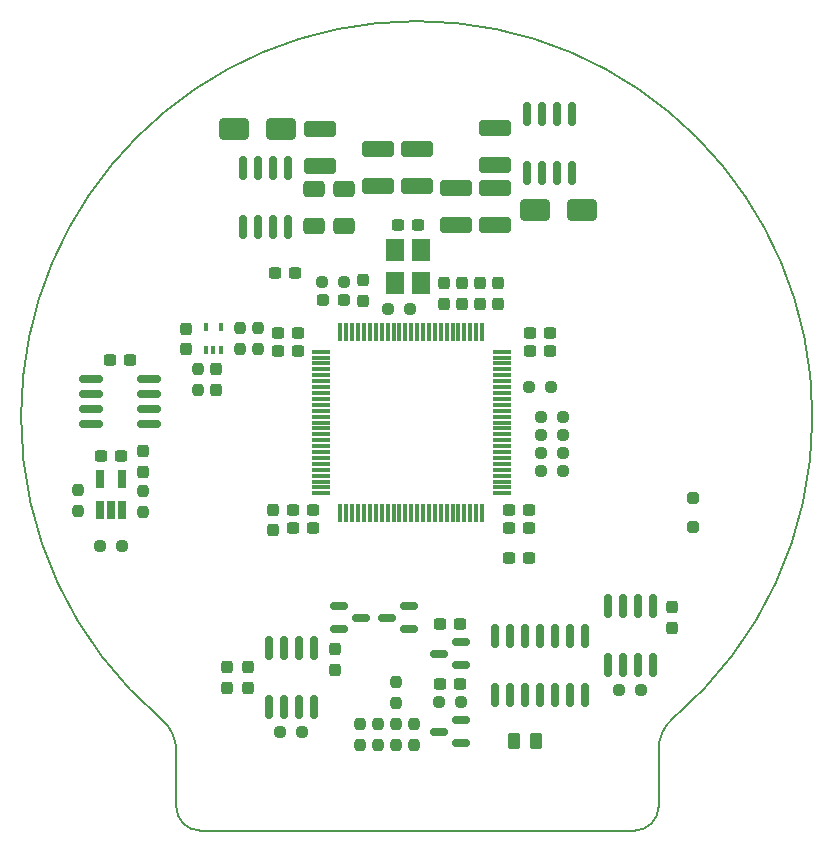
<source format=gbr>
%TF.GenerationSoftware,KiCad,Pcbnew,7.0.1*%
%TF.CreationDate,2023-12-24T22:53:40+03:00*%
%TF.ProjectId,_____ __________,1f3b3042-3020-4433-9f40-30323b353d38,rev?*%
%TF.SameCoordinates,Original*%
%TF.FileFunction,Paste,Top*%
%TF.FilePolarity,Positive*%
%FSLAX46Y46*%
G04 Gerber Fmt 4.6, Leading zero omitted, Abs format (unit mm)*
G04 Created by KiCad (PCBNEW 7.0.1) date 2023-12-24 22:53:40*
%MOMM*%
%LPD*%
G01*
G04 APERTURE LIST*
G04 Aperture macros list*
%AMRoundRect*
0 Rectangle with rounded corners*
0 $1 Rounding radius*
0 $2 $3 $4 $5 $6 $7 $8 $9 X,Y pos of 4 corners*
0 Add a 4 corners polygon primitive as box body*
4,1,4,$2,$3,$4,$5,$6,$7,$8,$9,$2,$3,0*
0 Add four circle primitives for the rounded corners*
1,1,$1+$1,$2,$3*
1,1,$1+$1,$4,$5*
1,1,$1+$1,$6,$7*
1,1,$1+$1,$8,$9*
0 Add four rect primitives between the rounded corners*
20,1,$1+$1,$2,$3,$4,$5,0*
20,1,$1+$1,$4,$5,$6,$7,0*
20,1,$1+$1,$6,$7,$8,$9,0*
20,1,$1+$1,$8,$9,$2,$3,0*%
G04 Aperture macros list end*
%ADD10RoundRect,0.237500X-0.250000X-0.237500X0.250000X-0.237500X0.250000X0.237500X-0.250000X0.237500X0*%
%ADD11RoundRect,0.150000X-0.150000X0.825000X-0.150000X-0.825000X0.150000X-0.825000X0.150000X0.825000X0*%
%ADD12RoundRect,0.237500X-0.237500X0.300000X-0.237500X-0.300000X0.237500X-0.300000X0.237500X0.300000X0*%
%ADD13R,1.650000X1.950000*%
%ADD14RoundRect,0.250000X0.250000X-0.250000X0.250000X0.250000X-0.250000X0.250000X-0.250000X-0.250000X0*%
%ADD15RoundRect,0.237500X0.250000X0.237500X-0.250000X0.237500X-0.250000X-0.237500X0.250000X-0.237500X0*%
%ADD16RoundRect,0.237500X0.237500X-0.300000X0.237500X0.300000X-0.237500X0.300000X-0.237500X-0.300000X0*%
%ADD17RoundRect,0.237500X-0.287500X-0.237500X0.287500X-0.237500X0.287500X0.237500X-0.287500X0.237500X0*%
%ADD18RoundRect,0.237500X-0.300000X-0.237500X0.300000X-0.237500X0.300000X0.237500X-0.300000X0.237500X0*%
%ADD19RoundRect,0.250000X-1.100000X0.412500X-1.100000X-0.412500X1.100000X-0.412500X1.100000X0.412500X0*%
%ADD20RoundRect,0.237500X0.237500X-0.250000X0.237500X0.250000X-0.237500X0.250000X-0.237500X-0.250000X0*%
%ADD21RoundRect,0.237500X0.300000X0.237500X-0.300000X0.237500X-0.300000X-0.237500X0.300000X-0.237500X0*%
%ADD22R,0.400000X0.650000*%
%ADD23RoundRect,0.150000X0.587500X0.150000X-0.587500X0.150000X-0.587500X-0.150000X0.587500X-0.150000X0*%
%ADD24RoundRect,0.250000X1.000000X0.650000X-1.000000X0.650000X-1.000000X-0.650000X1.000000X-0.650000X0*%
%ADD25RoundRect,0.250000X-0.262500X-0.450000X0.262500X-0.450000X0.262500X0.450000X-0.262500X0.450000X0*%
%ADD26RoundRect,0.250000X1.100000X-0.412500X1.100000X0.412500X-1.100000X0.412500X-1.100000X-0.412500X0*%
%ADD27RoundRect,0.150000X0.150000X-0.825000X0.150000X0.825000X-0.150000X0.825000X-0.150000X-0.825000X0*%
%ADD28RoundRect,0.237500X-0.237500X0.250000X-0.237500X-0.250000X0.237500X-0.250000X0.237500X0.250000X0*%
%ADD29RoundRect,0.250000X-1.000000X-0.650000X1.000000X-0.650000X1.000000X0.650000X-1.000000X0.650000X0*%
%ADD30RoundRect,0.250000X0.650000X-0.412500X0.650000X0.412500X-0.650000X0.412500X-0.650000X-0.412500X0*%
%ADD31RoundRect,0.150000X-0.587500X-0.150000X0.587500X-0.150000X0.587500X0.150000X-0.587500X0.150000X0*%
%ADD32RoundRect,0.150000X-0.825000X-0.150000X0.825000X-0.150000X0.825000X0.150000X-0.825000X0.150000X0*%
%ADD33RoundRect,0.075000X-0.075000X0.725000X-0.075000X-0.725000X0.075000X-0.725000X0.075000X0.725000X0*%
%ADD34RoundRect,0.075000X-0.725000X0.075000X-0.725000X-0.075000X0.725000X-0.075000X0.725000X0.075000X0*%
%ADD35R,0.650000X1.560000*%
%TA.AperFunction,Profile*%
%ADD36C,0.200000*%
%TD*%
G04 APERTURE END LIST*
D10*
%TO.C,R27*%
X165203500Y-95758000D03*
X167028500Y-95758000D03*
%TD*%
D11*
%TO.C,U8*%
X168910000Y-114365000D03*
X167640000Y-114365000D03*
X166370000Y-114365000D03*
X165100000Y-114365000D03*
X163830000Y-114365000D03*
X162560000Y-114365000D03*
X161290000Y-114365000D03*
X161290000Y-119315000D03*
X162560000Y-119315000D03*
X163830000Y-119315000D03*
X165100000Y-119315000D03*
X166370000Y-119315000D03*
X167640000Y-119315000D03*
X168910000Y-119315000D03*
%TD*%
D12*
%TO.C,C30*%
X142494000Y-103632000D03*
X142494000Y-105357000D03*
%TD*%
D13*
%TO.C,U6*%
X152824000Y-81683000D03*
X152824000Y-84433000D03*
X155024000Y-84433000D03*
X155024000Y-81683000D03*
%TD*%
D10*
%TO.C,R29*%
X165203500Y-98806000D03*
X167028500Y-98806000D03*
%TD*%
D14*
%TO.C,D13*%
X178054000Y-105116000D03*
X178054000Y-102616000D03*
%TD*%
D15*
%TO.C,R32*%
X129690500Y-106680000D03*
X127865500Y-106680000D03*
%TD*%
D16*
%TO.C,C21*%
X158496000Y-86206500D03*
X158496000Y-84481500D03*
%TD*%
D17*
%TO.C,FB1*%
X146699000Y-85852000D03*
X148449000Y-85852000D03*
%TD*%
D18*
%TO.C,C16*%
X153061500Y-79502000D03*
X154786500Y-79502000D03*
%TD*%
D10*
%TO.C,R36*%
X143105500Y-122428000D03*
X144930500Y-122428000D03*
%TD*%
D16*
%TO.C,C12*%
X150114000Y-85952500D03*
X150114000Y-84227500D03*
%TD*%
D19*
%TO.C,C36*%
X161290000Y-71335500D03*
X161290000Y-74460500D03*
%TD*%
D18*
%TO.C,C29*%
X162459500Y-105156000D03*
X164184500Y-105156000D03*
%TD*%
D20*
%TO.C,R34*%
X125984000Y-103782500D03*
X125984000Y-101957500D03*
%TD*%
D21*
%TO.C,C55*%
X158342500Y-113284000D03*
X156617500Y-113284000D03*
%TD*%
D22*
%TO.C,U4*%
X136764000Y-90104000D03*
X137414000Y-90104000D03*
X138064000Y-90104000D03*
X138064000Y-88204000D03*
X136764000Y-88204000D03*
%TD*%
D18*
%TO.C,C19*%
X164237500Y-90170000D03*
X165962500Y-90170000D03*
%TD*%
D21*
%TO.C,C25*%
X158342500Y-118364000D03*
X156617500Y-118364000D03*
%TD*%
D23*
%TO.C,D5*%
X154021000Y-113726000D03*
X154021000Y-111826000D03*
X152146000Y-112776000D03*
%TD*%
D24*
%TO.C,D7*%
X168624000Y-78232000D03*
X164624000Y-78232000D03*
%TD*%
D19*
%TO.C,C39*%
X151384000Y-73113500D03*
X151384000Y-76238500D03*
%TD*%
D15*
%TO.C,R25*%
X158392500Y-119888000D03*
X156567500Y-119888000D03*
%TD*%
D10*
%TO.C,R30*%
X165203500Y-97282000D03*
X167028500Y-97282000D03*
%TD*%
D25*
%TO.C,R31*%
X162917500Y-123190000D03*
X164742500Y-123190000D03*
%TD*%
D20*
%TO.C,R33*%
X131506000Y-103862500D03*
X131506000Y-102037500D03*
%TD*%
D16*
%TO.C,C20*%
X161544000Y-86206500D03*
X161544000Y-84481500D03*
%TD*%
D26*
%TO.C,C35*%
X161290000Y-79540500D03*
X161290000Y-76415500D03*
%TD*%
D21*
%TO.C,C28*%
X144626500Y-88646000D03*
X142901500Y-88646000D03*
%TD*%
D11*
%TO.C,D9*%
X174625000Y-111825000D03*
X173355000Y-111825000D03*
X172085000Y-111825000D03*
X170815000Y-111825000D03*
X170815000Y-116775000D03*
X172085000Y-116775000D03*
X173355000Y-116775000D03*
X174625000Y-116775000D03*
%TD*%
D21*
%TO.C,C54*%
X130402500Y-90932000D03*
X128677500Y-90932000D03*
%TD*%
D19*
%TO.C,C41*%
X154686000Y-73113500D03*
X154686000Y-76238500D03*
%TD*%
D27*
%TO.C,U11*%
X139954000Y-79691000D03*
X141224000Y-79691000D03*
X142494000Y-79691000D03*
X143764000Y-79691000D03*
X143764000Y-74741000D03*
X142494000Y-74741000D03*
X141224000Y-74741000D03*
X139954000Y-74741000D03*
%TD*%
D16*
%TO.C,C9*%
X137668000Y-93472000D03*
X137668000Y-91747000D03*
%TD*%
D20*
%TO.C,R14*%
X141224000Y-90066500D03*
X141224000Y-88241500D03*
%TD*%
D28*
%TO.C,R39*%
X149860000Y-121769500D03*
X149860000Y-123594500D03*
%TD*%
D26*
%TO.C,C34*%
X157988000Y-79540500D03*
X157988000Y-76415500D03*
%TD*%
D18*
%TO.C,C33*%
X127915500Y-99060000D03*
X129640500Y-99060000D03*
%TD*%
D16*
%TO.C,C51*%
X138583500Y-118718500D03*
X138583500Y-116993500D03*
%TD*%
D28*
%TO.C,R38*%
X152908000Y-118213500D03*
X152908000Y-120038500D03*
%TD*%
D18*
%TO.C,C31*%
X162459500Y-107696000D03*
X164184500Y-107696000D03*
%TD*%
D28*
%TO.C,R26*%
X151384000Y-121769500D03*
X151384000Y-123594500D03*
%TD*%
D21*
%TO.C,C27*%
X144626500Y-90170000D03*
X142901500Y-90170000D03*
%TD*%
%TO.C,C22*%
X145896500Y-105156000D03*
X144171500Y-105156000D03*
%TD*%
D29*
%TO.C,D8*%
X139163000Y-71374000D03*
X143163000Y-71374000D03*
%TD*%
D11*
%TO.C,D10*%
X145923000Y-115381000D03*
X144653000Y-115381000D03*
X143383000Y-115381000D03*
X142113000Y-115381000D03*
X142113000Y-120331000D03*
X143383000Y-120331000D03*
X144653000Y-120331000D03*
X145923000Y-120331000D03*
%TD*%
D10*
%TO.C,R35*%
X171807500Y-118872000D03*
X173632500Y-118872000D03*
%TD*%
D16*
%TO.C,C23*%
X156972000Y-86206500D03*
X156972000Y-84481500D03*
%TD*%
D23*
%TO.C,D4*%
X158417500Y-123378000D03*
X158417500Y-121478000D03*
X156542500Y-122428000D03*
%TD*%
D18*
%TO.C,C18*%
X162459500Y-103632000D03*
X164184500Y-103632000D03*
%TD*%
D16*
%TO.C,C50*%
X140361500Y-118718500D03*
X140361500Y-116993500D03*
%TD*%
D30*
%TO.C,C42*%
X145989000Y-79594500D03*
X145989000Y-76469500D03*
%TD*%
D20*
%TO.C,R24*%
X154432000Y-123594500D03*
X154432000Y-121769500D03*
%TD*%
D23*
%TO.C,D14*%
X158417500Y-116774000D03*
X158417500Y-114874000D03*
X156542500Y-115824000D03*
%TD*%
D15*
%TO.C,R21*%
X166012500Y-93218000D03*
X164187500Y-93218000D03*
%TD*%
D31*
%TO.C,D15*%
X148033500Y-111826000D03*
X148033500Y-113726000D03*
X149908500Y-112776000D03*
%TD*%
D32*
%TO.C,U12*%
X127065000Y-92583000D03*
X127065000Y-93853000D03*
X127065000Y-95123000D03*
X127065000Y-96393000D03*
X132015000Y-96393000D03*
X132015000Y-95123000D03*
X132015000Y-93853000D03*
X132015000Y-92583000D03*
%TD*%
D28*
%TO.C,R13*%
X139700000Y-88241500D03*
X139700000Y-90066500D03*
%TD*%
D18*
%TO.C,C17*%
X164237500Y-88646000D03*
X165962500Y-88646000D03*
%TD*%
D21*
%TO.C,C11*%
X144372500Y-83566000D03*
X142647500Y-83566000D03*
%TD*%
D28*
%TO.C,R15*%
X136144000Y-91697000D03*
X136144000Y-93522000D03*
%TD*%
D16*
%TO.C,C45*%
X147727500Y-117194500D03*
X147727500Y-115469500D03*
%TD*%
D33*
%TO.C,U7*%
X160178000Y-88591000D03*
X159678000Y-88591000D03*
X159178000Y-88591000D03*
X158678000Y-88591000D03*
X158178000Y-88591000D03*
X157678000Y-88591000D03*
X157178000Y-88591000D03*
X156678000Y-88591000D03*
X156178000Y-88591000D03*
X155678000Y-88591000D03*
X155178000Y-88591000D03*
X154678000Y-88591000D03*
X154178000Y-88591000D03*
X153678000Y-88591000D03*
X153178000Y-88591000D03*
X152678000Y-88591000D03*
X152178000Y-88591000D03*
X151678000Y-88591000D03*
X151178000Y-88591000D03*
X150678000Y-88591000D03*
X150178000Y-88591000D03*
X149678000Y-88591000D03*
X149178000Y-88591000D03*
X148678000Y-88591000D03*
X148178000Y-88591000D03*
D34*
X146503000Y-90266000D03*
X146503000Y-90766000D03*
X146503000Y-91266000D03*
X146503000Y-91766000D03*
X146503000Y-92266000D03*
X146503000Y-92766000D03*
X146503000Y-93266000D03*
X146503000Y-93766000D03*
X146503000Y-94266000D03*
X146503000Y-94766000D03*
X146503000Y-95266000D03*
X146503000Y-95766000D03*
X146503000Y-96266000D03*
X146503000Y-96766000D03*
X146503000Y-97266000D03*
X146503000Y-97766000D03*
X146503000Y-98266000D03*
X146503000Y-98766000D03*
X146503000Y-99266000D03*
X146503000Y-99766000D03*
X146503000Y-100266000D03*
X146503000Y-100766000D03*
X146503000Y-101266000D03*
X146503000Y-101766000D03*
X146503000Y-102266000D03*
D33*
X148178000Y-103941000D03*
X148678000Y-103941000D03*
X149178000Y-103941000D03*
X149678000Y-103941000D03*
X150178000Y-103941000D03*
X150678000Y-103941000D03*
X151178000Y-103941000D03*
X151678000Y-103941000D03*
X152178000Y-103941000D03*
X152678000Y-103941000D03*
X153178000Y-103941000D03*
X153678000Y-103941000D03*
X154178000Y-103941000D03*
X154678000Y-103941000D03*
X155178000Y-103941000D03*
X155678000Y-103941000D03*
X156178000Y-103941000D03*
X156678000Y-103941000D03*
X157178000Y-103941000D03*
X157678000Y-103941000D03*
X158178000Y-103941000D03*
X158678000Y-103941000D03*
X159178000Y-103941000D03*
X159678000Y-103941000D03*
X160178000Y-103941000D03*
D34*
X161853000Y-102266000D03*
X161853000Y-101766000D03*
X161853000Y-101266000D03*
X161853000Y-100766000D03*
X161853000Y-100266000D03*
X161853000Y-99766000D03*
X161853000Y-99266000D03*
X161853000Y-98766000D03*
X161853000Y-98266000D03*
X161853000Y-97766000D03*
X161853000Y-97266000D03*
X161853000Y-96766000D03*
X161853000Y-96266000D03*
X161853000Y-95766000D03*
X161853000Y-95266000D03*
X161853000Y-94766000D03*
X161853000Y-94266000D03*
X161853000Y-93766000D03*
X161853000Y-93266000D03*
X161853000Y-92766000D03*
X161853000Y-92266000D03*
X161853000Y-91766000D03*
X161853000Y-91266000D03*
X161853000Y-90766000D03*
X161853000Y-90266000D03*
%TD*%
D16*
%TO.C,C24*%
X160020000Y-86206500D03*
X160020000Y-84481500D03*
%TD*%
%TO.C,C44*%
X176276000Y-113638500D03*
X176276000Y-111913500D03*
%TD*%
D19*
%TO.C,C40*%
X146497000Y-71389500D03*
X146497000Y-74514500D03*
%TD*%
D10*
%TO.C,R20*%
X146661500Y-84328000D03*
X148486500Y-84328000D03*
%TD*%
D21*
%TO.C,C26*%
X145896500Y-103632000D03*
X144171500Y-103632000D03*
%TD*%
D16*
%TO.C,C38*%
X131506000Y-100430500D03*
X131506000Y-98705500D03*
%TD*%
D11*
%TO.C,U9*%
X167767000Y-70169000D03*
X166497000Y-70169000D03*
X165227000Y-70169000D03*
X163957000Y-70169000D03*
X163957000Y-75119000D03*
X165227000Y-75119000D03*
X166497000Y-75119000D03*
X167767000Y-75119000D03*
%TD*%
D12*
%TO.C,C10*%
X135128000Y-88318000D03*
X135128000Y-90043000D03*
%TD*%
D30*
%TO.C,C43*%
X148529000Y-79594500D03*
X148529000Y-76469500D03*
%TD*%
D20*
%TO.C,R37*%
X152908000Y-123594500D03*
X152908000Y-121769500D03*
%TD*%
D10*
%TO.C,R28*%
X165203500Y-100330000D03*
X167028500Y-100330000D03*
%TD*%
D15*
%TO.C,R23*%
X154074500Y-86614000D03*
X152249500Y-86614000D03*
%TD*%
D35*
%TO.C,U10*%
X127828000Y-103712000D03*
X128778000Y-103712000D03*
X129728000Y-103712000D03*
X129728000Y-101012000D03*
X127828000Y-101012000D03*
%TD*%
D36*
X173087071Y-130809973D02*
G75*
G03*
X175119073Y-128778000I29J2031973D01*
G01*
X134281571Y-124064347D02*
G75*
G03*
X133039370Y-121386052I-3504871J1647D01*
G01*
X176351123Y-121296234D02*
G75*
G03*
X175119073Y-123962254I2268777J-2666166D01*
G01*
X134281619Y-124064347D02*
X134281619Y-128778000D01*
X173087071Y-130810000D02*
X136313619Y-130810002D01*
X175119073Y-123962254D02*
X175119073Y-128778000D01*
X188142262Y-95782046D02*
G75*
G03*
X121142262Y-95782046I-33500000J0D01*
G01*
X134281598Y-128778000D02*
G75*
G03*
X136313619Y-130810002I2032002J0D01*
G01*
X176351140Y-121296254D02*
G75*
G03*
X188142262Y-95782046I-21708920J25514224D01*
G01*
X121142261Y-95782046D02*
G75*
G03*
X133039370Y-121386051I33499989J-4D01*
G01*
M02*

</source>
